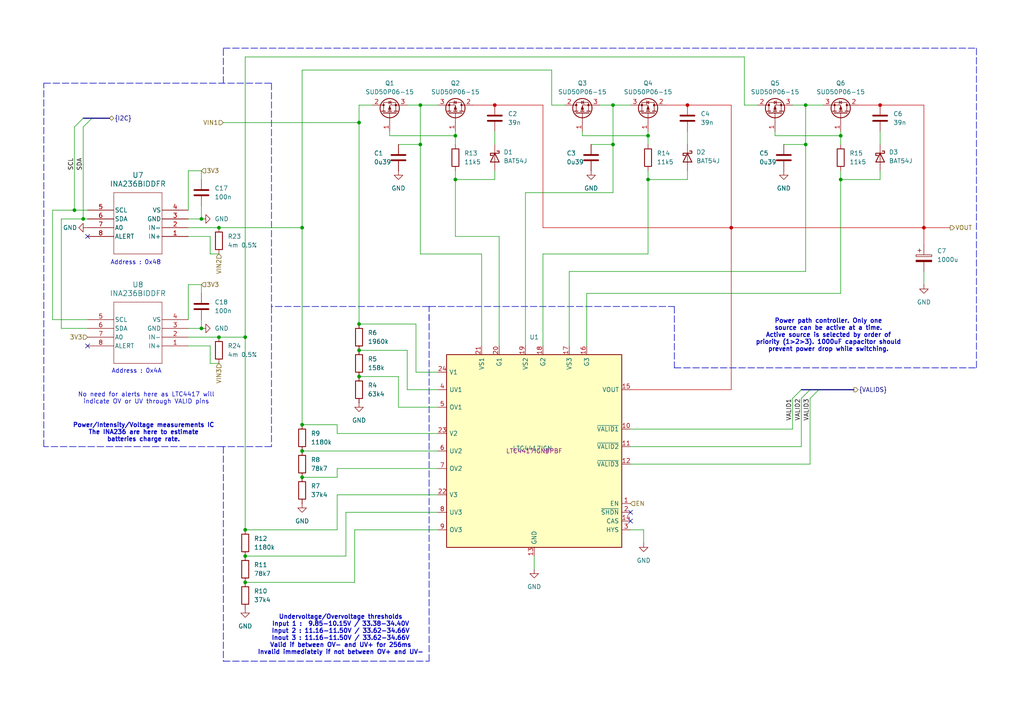
<source format=kicad_sch>
(kicad_sch (version 20250114) (generator "eeschema") (generator_version "9.0")
  (paper "A4")
  (title_block (title "Power input selector") (date "2025-03-06") (rev "4") (company "Modelec") (comment 1 "Shuts down all inputs with EN. Returns validity status of each line with VALID") (comment 2 "Switch to highest priority input when valid and to a lower priority input when invalid.") (comment 3 "By order of priority : Source 1 : 10-34V / Source 2 : 11.2-34V / Source 3 : 11.2-34V") (comment 4 "Features : Prevent reverse polarity and inrush current. Selects 1 of 3 power inputs."))
  (lib_symbols
    (symbol "Device:C" (pin_numbers (hide yes)) (pin_names (offset 0.254))
      (property "Reference" "C" (at 0.635 2.54 0))
      (property "Value" "C" (at 0.635 -2.54 0))
      (symbol "C_0_1"
        (polyline (pts (xy -2.032 0.762) (xy 2.032 0.762)) (stroke (width 0.508)))
        (polyline (pts (xy -2.032 -0.762) (xy 2.032 -0.762)) (stroke (width 0.508)))
      )
      (symbol "C_1_1"
        (pin passive line (at 0 3.81 270) (length 2.794) (name "~") (number "1"))
        (pin passive line (at 0 -3.81 90) (length 2.794) (name "~") (number "2"))
      )
    )
    (symbol "Device:C_Polarized" (pin_numbers (hide yes)) (pin_names (offset 0.254))
      (property "Reference" "C" (at 0.635 2.54 0))
      (property "Value" "C_Polarized" (at 0.635 -2.54 0))
      (symbol "C_Polarized_0_1"
        (rectangle (start -2.286 0.508) (end 2.286 1.016))
        (polyline (pts (xy -1.778 2.286) (xy -0.762 2.286)))
        (polyline (pts (xy -1.27 2.794) (xy -1.27 1.778)))
        (rectangle (start 2.286 -0.508) (end -2.286 -1.016) (fill (type outline)))
      )
      (symbol "C_Polarized_1_1"
        (pin passive line (at 0 3.81 270) (length 2.794) (name "~") (number "1"))
        (pin passive line (at 0 -3.81 90) (length 2.794) (name "~") (number "2"))
      )
    )
    (symbol "Device:R" (pin_numbers (hide yes)) (pin_names (offset 0))
      (property "Reference" "R" (at 2.032 0 90))
      (property "Value" "R" (at 0 0 90))
      (symbol "R_0_1"
        (rectangle (start -1.016 -2.54) (end 1.016 2.54) (stroke (width 0.254)))
      )
      (symbol "R_1_1"
        (pin passive line (at 0 3.81 270) (length 1.27) (name "~") (number "1"))
        (pin passive line (at 0 -3.81 90) (length 1.27) (name "~") (number "2"))
      )
    )
    (symbol "Diode:BAT54J" (pin_numbers (hide yes)) (pin_names (offset 1.016) (hide yes))
      (property "Reference" "D" (at 0 2.54 0))
      (property "Value" "BAT54J" (at 0 -2.54 0))
      (symbol "BAT54J_0_1"
        (polyline (pts (xy -1.905 0.635) (xy -1.905 1.27) (xy -1.27 1.27) (xy -1.27 -1.27) (xy -0.635 -1.27) (xy -0.635 -0.635)) (stroke (width 0.254)))
        (polyline (pts (xy 1.27 1.27) (xy 1.27 -1.27) (xy -1.27 0) (xy 1.27 1.27)) (stroke (width 0.254)))
        (polyline (pts (xy 1.27 0) (xy -1.27 0)))
      )
      (symbol "BAT54J_1_1"
        (pin passive line (at -3.81 0 0) (length 2.54) (name "K") (number "1"))
        (pin passive line (at 3.81 0 180) (length 2.54) (name "A") (number "2"))
      )
    )
    (symbol "Modelec:INA236AIDDFR" (pin_names (offset 0.254))
      (property "Reference" "U" (at 14.986 9.906 0))
      (property "Value" "INA236AIDDFR" (at 14.986 7.366 0))
      (symbol "INA236AIDDFR_0_1"
        (polyline (pts (xy 7.62 5.08) (xy 7.62 -12.7)) (stroke (width 0.127)))
        (polyline (pts (xy 7.62 -12.7) (xy 21.59 -12.7)) (stroke (width 0.127)))
        (polyline (pts (xy 21.59 5.08) (xy 7.62 5.08)) (stroke (width 0.127)))
        (polyline (pts (xy 21.59 -12.7) (xy 21.59 5.08)) (stroke (width 0.127)))
        (pin input line (at 0 0 0) (length 7.62) (name "IN+") (number "1"))
        (pin input line (at 0 -2.54 0) (length 7.62) (name "IN-") (number "2"))
        (pin power_out line (at 0 -5.08 0) (length 7.62) (name "GND") (number "3"))
        (pin power_in line (at 0 -7.62 0) (length 7.62) (name "VS") (number "4"))
        (pin output line (at 29.21 0 180) (length 7.62) (name "ALERT") (number "8"))
        (pin input line (at 29.21 -2.54 180) (length 7.62) (name "A0") (number "7"))
        (pin bidirectional line (at 29.21 -5.08 180) (length 7.62) (name "SDA") (number "6"))
        (pin input line (at 29.21 -7.62 180) (length 7.62) (name "SCL") (number "5"))
      )
    )
    (symbol "Power_Management:LTC4417IGN" (pin_names (offset 0.762))
      (property "Reference" "U1" (at 0 33.02 0))
      (property "Value" "LTC4417IGN" (at -0.508 0.762 0))
      (symbol "LTC4417IGN_0_1"
        (rectangle (start -25.4 27.94) (end 25.4 -27.94) (stroke (width 0.254)) (fill (type background)))
      )
      (symbol "LTC4417IGN_1_1"
        (pin input line (at -27.94 22.86 0) (length 2.54) (name "V1") (number "24"))
        (pin input line (at -27.94 17.78 0) (length 2.54) (name "UV1") (number "4"))
        (pin input line (at -27.94 12.7 0) (length 2.54) (name "OV1") (number "5"))
        (pin input line (at -27.94 5.08 0) (length 2.54) (name "V2") (number "23"))
        (pin input line (at -27.94 0 0) (length 2.54) (name "UV2") (number "6"))
        (pin input line (at -27.94 -5.08 0) (length 2.54) (name "OV2") (number "7"))
        (pin input line (at -27.94 -12.7 0) (length 2.54) (name "V3") (number "22"))
        (pin input line (at -27.94 -17.78 0) (length 2.54) (name "UV3") (number "8"))
        (pin input line (at -27.94 -22.86 0) (length 2.54) (name "OV3") (number "9"))
        (pin output line (at -15.24 30.48 270) (length 2.54) (name "VS1") (number "21"))
        (pin output line (at -10.16 30.48 270) (length 2.54) (name "G1") (number "20"))
        (pin output line (at -2.54 30.48 270) (length 2.54) (name "VS2") (number "19"))
        (pin power_in line (at 0 -30.48 90) (length 2.54) (name "GND") (number "13"))
        (pin output line (at 2.54 30.48 270) (length 2.54) (name "G2") (number "18"))
        (pin output line (at 10.16 30.48 270) (length 2.54) (name "VS3") (number "17"))
        (pin output line (at 15.24 30.48 270) (length 2.54) (name "G3") (number "16"))
        (pin output line (at 27.94 17.78 180) (length 2.54) (name "VOUT") (number "15"))
        (pin open_collector line (at 27.94 6.35 180) (length 2.54) (name "~{VALID1}") (number "10"))
        (pin open_collector line (at 27.94 1.27 180) (length 2.54) (name "~{VALID2}") (number "11"))
        (pin open_collector line (at 27.94 -3.81 180) (length 2.54) (name "~{VALID3}") (number "12"))
        (pin input line (at 27.94 -15.24 180) (length 2.54) (name "EN") (number "1"))
        (pin input line (at 27.94 -17.78 180) (length 2.54) (name "~{SHDN}") (number "2"))
        (pin output line (at 27.94 -20.32 180) (length 2.54) (name "CAS") (number "14"))
        (pin input line (at 27.94 -22.86 180) (length 2.54) (name "HYS") (number "3"))
      )
    )
    (symbol "Transistor_FET:SUD50P06-15" (pin_names (hide yes))
      (property "Reference" "Q" (at 4.953 1.905 0))
      (property "Value" "SUD50P06-15" (at 4.953 0 0))
      (symbol "SUD50P06-15_0_1"
        (polyline (pts (xy 0.254 1.905) (xy 0.254 -1.905)) (stroke (width 0.254)))
        (polyline (pts (xy 0.254 0) (xy -2.54 0)))
        (polyline (pts (xy 0.762 2.286) (xy 0.762 1.27)) (stroke (width 0.254)))
        (polyline (pts (xy 0.762 1.778) (xy 3.302 1.778) (xy 3.302 -1.778) (xy 0.762 -1.778)))
        (polyline (pts (xy 0.762 0.508) (xy 0.762 -0.508)) (stroke (width 0.254)))
        (polyline (pts (xy 0.762 -1.27) (xy 0.762 -2.286)) (stroke (width 0.254)))
        (circle (center 1.651 0) (radius 2.794) (stroke (width 0.254)))
        (polyline (pts (xy 2.286 0) (xy 1.27 0.381) (xy 1.27 -0.381) (xy 2.286 0)) (fill (type outline)))
        (polyline (pts (xy 2.54 2.54) (xy 2.54 1.778)))
        (circle (center 2.54 1.778) (radius 0.254) (fill (type outline)))
        (circle (center 2.54 -1.778) (radius 0.254) (fill (type outline)))
        (polyline (pts (xy 2.54 -2.54) (xy 2.54 0) (xy 0.762 0)))
        (polyline (pts (xy 2.794 -0.508) (xy 2.921 -0.381) (xy 3.683 -0.381) (xy 3.81 -0.254)))
        (polyline (pts (xy 3.302 -0.381) (xy 2.921 0.254) (xy 3.683 0.254) (xy 3.302 -0.381)))
      )
      (symbol "SUD50P06-15_1_1"
        (pin input line (at -5.08 0 0) (length 2.54) (name "G") (number "1"))
        (pin passive line (at 2.54 5.08 270) (length 2.54) (name "D") (number "2"))
        (pin passive line (at 2.54 -5.08 90) (length 2.54) (name "S") (number "3"))
      )
    )
    (symbol "power:GND" (power) (pin_numbers (hide yes)) (pin_names (offset 0) (hide yes))
      (property "Value" "GND" (at 0 -3.81 0))
      (symbol "GND_0_1"
        (polyline (pts (xy 0 0) (xy 0 -1.27) (xy 1.27 -1.27) (xy 0 -2.54) (xy -1.27 -1.27) (xy 0 -1.27)))
      )
      (symbol "GND_1_1"
        (pin power_in line (at 0 0 270) (length 0) (name "~") (number "1"))
      )
    )
  )
  (text "Address : 0x4A" (at 39.624 107.696 0) (effects (font (size 1.27 1.27))))
  (text "Undervoltage/Overvoltage thresholds\nInput 1 :  9.85-10.15V / 33.38-34.40V\nInput 2 : 11.16-11.50V / 33.62-34.66V\nInout 3 : 11.16-11.50V / 33.62-34.66V\nValid if between OV- and UV+ for 256ms\nInvalid immediately if not between OV+ and UV-" (at 98.806 184.15 0) (effects (font (size 1.27 1.27) (thickness 0.254) (bold yes))))
  (text "No need for alerts here as LTC4417 will\nindicate OV or UV through VALID pins" (at 42.418 115.57 0) (effects (font (size 1.27 1.27))))
  (text "Power/Intensity/Voltage measurements IC\nThe INA236 are here to estimate\nbatteries charge rate." (at 41.656 125.476 0) (effects (font (size 1.27 1.27) (thickness 0.254) (bold yes))))
  (text "Address : 0x48" (at 39.37 76.2 0) (effects (font (size 1.27 1.27))))
  (text "Power path controller. Only one\nsource can be active at a time.\nActive source is selected by order of\npriority (1>2>3). 1000uF capacitor should\nprevent power drop while switching." (at 240.284 97.282 0) (effects (font (size 1.27 1.27) (thickness 0.254) (bold yes))))
  (junction (at 104.14 35.56))
  (junction (at 267.97 66.04) (color 194 0 0 1))
  (junction (at 187.96 39.37))
  (junction (at 104.14 109.22))
  (junction (at 177.8 30.48))
  (junction (at 87.63 123.19))
  (junction (at 177.8 41.91))
  (junction (at 121.92 41.91))
  (junction (at 187.96 52.07))
  (junction (at 87.63 66.04))
  (junction (at 104.14 93.98))
  (junction (at 63.5 97.79))
  (junction (at 233.68 30.48))
  (junction (at 104.14 101.6))
  (junction (at 212.09 66.04) (color 194 0 0 1))
  (junction (at 243.84 52.07))
  (junction (at 87.63 130.81))
  (junction (at 58.42 63.5))
  (junction (at 233.68 41.91))
  (junction (at 121.92 30.48))
  (junction (at 243.84 39.37))
  (junction (at 255.27 30.48) (color 194 0 0 1))
  (junction (at 21.59 60.96))
  (junction (at 63.5 66.04))
  (junction (at 199.39 30.48) (color 194 0 0 1))
  (junction (at 87.63 138.43))
  (junction (at 71.12 97.79))
  (junction (at 24.13 63.5))
  (junction (at 71.12 168.91))
  (junction (at 132.08 39.37))
  (junction (at 143.51 30.48) (color 194 0 0 1))
  (junction (at 71.12 161.29))
  (junction (at 58.42 95.25))
  (junction (at 132.08 52.07))
  (junction (at 71.12 153.67))
  (no_connect (at 25.4 100.33))
  (no_connect (at 182.88 148.59))
  (no_connect (at 25.4 68.58))
  (no_connect (at 182.88 151.13))
  (bus_entry (at 237.49 113.03) (size -2.54 2.54))
  (bus_entry (at 24.13 36.83) (size 2.54 -2.54))
  (bus_entry (at 21.59 36.83) (size 2.54 -2.54))
  (bus_entry (at 234.95 113.03) (size -2.54 2.54))
  (bus_entry (at 232.41 113.03) (size -2.54 2.54))
  (polyline (pts (xy 78.74 129.54) (xy 64.77 129.54)) (stroke (width 0.1778) (type dash)))
  (polyline (pts (xy 12.7 24.13) (xy 78.74 24.13)) (stroke (width 0.1778) (type dash)))
  (wire (pts (xy 255.27 52.07) (xy 243.84 52.07)))
  (wire (pts (xy 137.16 30.48) (xy 143.51 30.48)) (stroke (width 0) (color 194 0 0 1)))
  (polyline (pts (xy 124.46 88.9) (xy 195.58 88.9)) (stroke (width 0.1778) (type dash)))
  (wire (pts (xy 171.45 41.91) (xy 177.8 41.91)))
  (wire (pts (xy 54.61 66.04) (xy 63.5 66.04)))
  (wire (pts (xy 115.57 41.91) (xy 121.92 41.91)))
  (wire (pts (xy 127 153.67) (xy 102.87 153.67)))
  (wire (pts (xy 17.78 95.25) (xy 25.4 95.25)))
  (wire (pts (xy 154.94 165.1) (xy 154.94 161.29)))
  (wire (pts (xy 215.9 30.48) (xy 215.9 16.51)))
  (wire (pts (xy 58.42 59.69) (xy 58.42 63.5)))
  (bus (pts (xy 237.49 113.03) (xy 247.65 113.03)))
  (wire (pts (xy 132.08 52.07) (xy 132.08 68.58)))
  (wire (pts (xy 165.1 78.74) (xy 233.68 78.74)))
  (wire (pts (xy 168.91 39.37) (xy 187.96 39.37)))
  (wire (pts (xy 58.42 63.5) (xy 54.61 63.5)))
  (wire (pts (xy 120.65 93.98) (xy 120.65 107.95)))
  (wire (pts (xy 267.97 66.04) (xy 275.59 66.04)) (stroke (width 0) (color 194 0 0 1)))
  (wire (pts (xy 71.12 161.29) (xy 100.33 161.29)))
  (wire (pts (xy 227.33 41.91) (xy 233.68 41.91)))
  (wire (pts (xy 54.61 100.33) (xy 60.96 100.33)))
  (polyline (pts (xy 124.46 88.9) (xy 78.74 88.9)) (stroke (width 0.1778) (type dash)))
  (wire (pts (xy 115.57 118.11) (xy 127 118.11)))
  (polyline (pts (xy 64.77 24.13) (xy 64.77 13.97)) (stroke (width 0.1778) (type dash)))
  (wire (pts (xy 177.8 30.48) (xy 173.99 30.48)))
  (wire (pts (xy 233.68 41.91) (xy 233.68 78.74)))
  (wire (pts (xy 25.4 63.5) (xy 24.13 63.5)))
  (polyline (pts (xy 195.58 88.9) (xy 195.58 106.68)) (stroke (width 0.1778) (type dash)))
  (wire (pts (xy 54.61 97.79) (xy 63.5 97.79)))
  (wire (pts (xy 182.88 153.67) (xy 186.69 153.67)))
  (wire (pts (xy 87.63 138.43) (xy 97.79 138.43)))
  (wire (pts (xy 104.14 30.48) (xy 104.14 35.56)))
  (polyline (pts (xy 64.77 129.54) (xy 12.7 129.54)) (stroke (width 0.1778) (type dash)))
  (wire (pts (xy 224.79 39.37) (xy 243.84 39.37)))
  (wire (pts (xy 243.84 41.91) (xy 243.84 39.37)))
  (wire (pts (xy 97.79 125.73) (xy 127 125.73)))
  (wire (pts (xy 54.61 82.55) (xy 54.61 92.71)))
  (wire (pts (xy 219.71 30.48) (xy 215.9 30.48)))
  (wire (pts (xy 102.87 168.91) (xy 71.12 168.91)))
  (wire (pts (xy 143.51 30.48) (xy 157.48 30.48)) (stroke (width 0) (color 194 0 0 1)))
  (wire (pts (xy 224.79 39.37) (xy 224.79 38.1)))
  (polyline (pts (xy 195.58 106.68) (xy 283.21 106.68)) (stroke (width 0.1778) (type dash)))
  (wire (pts (xy 104.14 109.22) (xy 115.57 109.22)))
  (wire (pts (xy 54.61 82.55) (xy 58.42 82.55)))
  (wire (pts (xy 187.96 41.91) (xy 187.96 39.37)))
  (wire (pts (xy 165.1 100.33) (xy 165.1 78.74)))
  (wire (pts (xy 113.03 39.37) (xy 113.03 38.1)))
  (wire (pts (xy 255.27 41.91) (xy 255.27 38.1)))
  (wire (pts (xy 121.92 30.48) (xy 118.11 30.48)))
  (wire (pts (xy 63.5 97.79) (xy 71.12 97.79)))
  (wire (pts (xy 248.92 30.48) (xy 255.27 30.48)) (stroke (width 0) (color 194 0 0 1)))
  (polyline (pts (xy 64.77 170.18) (xy 64.77 191.77)) (stroke (width 0.1778) (type dash)))
  (wire (pts (xy 199.39 52.07) (xy 187.96 52.07)))
  (wire (pts (xy 127 113.03) (xy 118.11 113.03)))
  (wire (pts (xy 97.79 123.19) (xy 97.79 125.73)))
  (wire (pts (xy 212.09 113.03) (xy 182.88 113.03)) (stroke (width 0) (color 194 0 0 1)))
  (wire (pts (xy 233.68 30.48) (xy 233.68 41.91)))
  (wire (pts (xy 104.14 30.48) (xy 107.95 30.48)))
  (wire (pts (xy 144.78 68.58) (xy 144.78 100.33)))
  (wire (pts (xy 100.33 148.59) (xy 100.33 161.29)))
  (wire (pts (xy 87.63 123.19) (xy 97.79 123.19)))
  (wire (pts (xy 17.78 63.5) (xy 24.13 63.5)))
  (bus (pts (xy 232.41 113.03) (xy 234.95 113.03)))
  (wire (pts (xy 267.97 82.55) (xy 267.97 78.74)))
  (wire (pts (xy 168.91 39.37) (xy 168.91 38.1)))
  (bus (pts (xy 26.67 34.29) (xy 31.75 34.29)))
  (wire (pts (xy 102.87 153.67) (xy 102.87 168.91)))
  (wire (pts (xy 177.8 30.48) (xy 177.8 41.91)))
  (wire (pts (xy 71.12 16.51) (xy 215.9 16.51)))
  (polyline (pts (xy 64.77 129.54) (xy 64.77 170.18)) (stroke (width 0.1778) (type dash)))
  (wire (pts (xy 58.42 49.53) (xy 54.61 49.53)))
  (polyline (pts (xy 64.77 13.97) (xy 283.21 13.97)) (stroke (width 0.1778) (type dash)))
  (wire (pts (xy 212.09 66.04) (xy 212.09 113.03)) (stroke (width 0) (color 194 0 0 1)))
  (wire (pts (xy 233.68 30.48) (xy 229.87 30.48)))
  (wire (pts (xy 182.88 134.62) (xy 234.95 134.62)))
  (wire (pts (xy 243.84 39.37) (xy 243.84 38.1)))
  (wire (pts (xy 232.41 115.57) (xy 232.41 129.54)))
  (wire (pts (xy 255.27 52.07) (xy 255.27 49.53)))
  (wire (pts (xy 152.4 55.88) (xy 177.8 55.88)))
  (wire (pts (xy 71.12 153.67) (xy 97.79 153.67)))
  (wire (pts (xy 120.65 107.95) (xy 127 107.95)))
  (wire (pts (xy 63.5 66.04) (xy 87.63 66.04)))
  (wire (pts (xy 127 143.51) (xy 97.79 143.51)))
  (wire (pts (xy 58.42 82.55) (xy 58.42 85.09)))
  (wire (pts (xy 60.96 105.41) (xy 63.5 105.41)))
  (polyline (pts (xy 64.77 191.77) (xy 124.46 191.77)) (stroke (width 0.1778) (type dash)))
  (wire (pts (xy 113.03 39.37) (xy 132.08 39.37)))
  (wire (pts (xy 132.08 39.37) (xy 132.08 38.1)))
  (wire (pts (xy 143.51 52.07) (xy 143.51 49.53)))
  (wire (pts (xy 71.12 16.51) (xy 71.12 97.79)))
  (wire (pts (xy 182.88 30.48) (xy 177.8 30.48)))
  (wire (pts (xy 163.83 30.48) (xy 160.02 30.48)))
  (wire (pts (xy 60.96 100.33) (xy 60.96 105.41)))
  (wire (pts (xy 212.09 66.04) (xy 267.97 66.04)) (stroke (width 0) (color 194 0 0 1)))
  (polyline (pts (xy 283.21 13.97) (xy 283.21 92.71)) (stroke (width 0.1778) (type dash)))
  (wire (pts (xy 160.02 30.48) (xy 160.02 20.32)))
  (wire (pts (xy 177.8 41.91) (xy 177.8 55.88)))
  (wire (pts (xy 21.59 36.83) (xy 21.59 60.96)))
  (wire (pts (xy 118.11 101.6) (xy 104.14 101.6)))
  (wire (pts (xy 267.97 30.48) (xy 267.97 66.04)) (stroke (width 0) (color 194 0 0 1)))
  (wire (pts (xy 143.51 41.91) (xy 143.51 38.1)))
  (wire (pts (xy 255.27 30.48) (xy 267.97 30.48)) (stroke (width 0) (color 194 0 0 1)))
  (polyline (pts (xy 124.46 92.71) (xy 124.46 91.44)))
  (wire (pts (xy 170.18 85.09) (xy 243.84 85.09)))
  (bus (pts (xy 24.13 34.29) (xy 26.67 34.29)))
  (wire (pts (xy 97.79 135.89) (xy 127 135.89)))
  (wire (pts (xy 132.08 68.58) (xy 144.78 68.58)))
  (wire (pts (xy 187.96 49.53) (xy 187.96 52.07)))
  (wire (pts (xy 121.92 41.91) (xy 121.92 73.66)))
  (wire (pts (xy 87.63 130.81) (xy 127 130.81)))
  (wire (pts (xy 139.7 73.66) (xy 139.7 100.33)))
  (wire (pts (xy 199.39 30.48) (xy 212.09 30.48)) (stroke (width 0) (color 194 0 0 1)))
  (wire (pts (xy 97.79 138.43) (xy 97.79 135.89)))
  (wire (pts (xy 127 30.48) (xy 121.92 30.48)))
  (polyline (pts (xy 12.7 129.54) (xy 12.7 24.13)) (stroke (width 0.1778) (type dash)))
  (wire (pts (xy 199.39 41.91) (xy 199.39 38.1)))
  (wire (pts (xy 182.88 129.54) (xy 232.41 129.54)))
  (wire (pts (xy 118.11 101.6) (xy 118.11 113.03)))
  (wire (pts (xy 243.84 52.07) (xy 243.84 85.09)))
  (wire (pts (xy 17.78 95.25) (xy 17.78 63.5)))
  (polyline (pts (xy 78.74 88.9) (xy 78.74 129.54)) (stroke (width 0.1778) (type dash)))
  (wire (pts (xy 64.77 35.56) (xy 104.14 35.56)))
  (wire (pts (xy 87.63 20.32) (xy 87.63 66.04)))
  (wire (pts (xy 170.18 100.33) (xy 170.18 85.09)))
  (wire (pts (xy 58.42 92.71) (xy 58.42 95.25)))
  (wire (pts (xy 238.76 30.48) (xy 233.68 30.48)))
  (wire (pts (xy 187.96 52.07) (xy 187.96 73.66)))
  (wire (pts (xy 182.88 124.46) (xy 229.87 124.46)))
  (wire (pts (xy 15.24 60.96) (xy 21.59 60.96)))
  (wire (pts (xy 143.51 52.07) (xy 132.08 52.07)))
  (wire (pts (xy 127 148.59) (xy 100.33 148.59)))
  (wire (pts (xy 71.12 97.79) (xy 71.12 153.67)))
  (wire (pts (xy 21.59 60.96) (xy 25.4 60.96)))
  (wire (pts (xy 25.4 92.71) (xy 15.24 92.71)))
  (wire (pts (xy 104.14 35.56) (xy 104.14 93.98)))
  (bus (pts (xy 234.95 113.03) (xy 237.49 113.03)))
  (wire (pts (xy 187.96 39.37) (xy 187.96 38.1)))
  (wire (pts (xy 54.61 49.53) (xy 54.61 60.96)))
  (wire (pts (xy 87.63 66.04) (xy 87.63 123.19)))
  (wire (pts (xy 160.02 20.32) (xy 87.63 20.32)))
  (wire (pts (xy 132.08 41.91) (xy 132.08 39.37)))
  (wire (pts (xy 243.84 49.53) (xy 243.84 52.07)))
  (wire (pts (xy 97.79 143.51) (xy 97.79 153.67)))
  (wire (pts (xy 157.48 30.48) (xy 157.48 66.04)) (stroke (width 0) (color 194 0 0 1)))
  (wire (pts (xy 104.14 93.98) (xy 120.65 93.98)))
  (wire (pts (xy 157.48 73.66) (xy 187.96 73.66)))
  (wire (pts (xy 186.69 153.67) (xy 186.69 157.48)))
  (wire (pts (xy 157.48 100.33) (xy 157.48 73.66)))
  (wire (pts (xy 54.61 68.58) (xy 60.96 68.58)))
  (wire (pts (xy 212.09 30.48) (xy 212.09 66.04)) (stroke (width 0) (color 194 0 0 1)))
  (wire (pts (xy 58.42 49.53) (xy 58.42 52.07)))
  (wire (pts (xy 54.61 95.25) (xy 58.42 95.25)))
  (wire (pts (xy 229.87 115.57) (xy 229.87 124.46)))
  (wire (pts (xy 267.97 66.04) (xy 267.97 71.12)) (stroke (width 0) (color 194 0 0 1)))
  (polyline (pts (xy 124.46 191.77) (xy 124.46 88.9)) (stroke (width 0.1778) (type dash)))
  (wire (pts (xy 152.4 100.33) (xy 152.4 55.88)))
  (polyline (pts (xy 78.74 24.13) (xy 78.74 88.9)) (stroke (width 0.1778) (type dash)))
  (polyline (pts (xy 283.21 106.68) (xy 283.21 92.71)) (stroke (width 0.1778) (type dash)))
  (wire (pts (xy 157.48 66.04) (xy 212.09 66.04)) (stroke (width 0) (color 194 0 0 1)))
  (wire (pts (xy 24.13 36.83) (xy 24.13 63.5)))
  (wire (pts (xy 132.08 49.53) (xy 132.08 52.07)))
  (wire (pts (xy 121.92 73.66) (xy 139.7 73.66)))
  (wire (pts (xy 199.39 52.07) (xy 199.39 49.53)))
  (wire (pts (xy 193.04 30.48) (xy 199.39 30.48)) (stroke (width 0) (color 194 0 0 1)))
  (wire (pts (xy 234.95 115.57) (xy 234.95 134.62)))
  (wire (pts (xy 121.92 30.48) (xy 121.92 41.91)))
  (wire (pts (xy 60.96 73.66) (xy 63.5 73.66)))
  (wire (pts (xy 60.96 68.58) (xy 60.96 73.66)))
  (wire (pts (xy 15.24 92.71) (xy 15.24 60.96)))
  (wire (pts (xy 115.57 109.22) (xy 115.57 118.11)))
  (label "SCL" (at 21.59 45.72 270))
  (label "VALID2" (at 232.41 115.57 270))
  (label "VALID1" (at 229.87 115.57 270))
  (label "VALID3" (at 234.95 115.57 270))
  (label "SDA" (at 24.13 45.72 270))
  (hierarchical_label "{VALIDS}" (shape output) (at 247.65 113.03 0))
  (hierarchical_label "VOUT" (shape output) (at 275.59 66.04 0))
  (hierarchical_label "VIN2" (shape input) (at 63.5 73.66 270))
  (hierarchical_label "{I2C}" (shape bidirectional) (at 31.75 34.29 0))
  (hierarchical_label "EN" (shape input) (at 182.88 146.05 0))
  (hierarchical_label "3V3" (shape input) (at 58.42 49.53 0))
  (hierarchical_label "VIN3" (shape input) (at 63.5 105.41 270))
  (hierarchical_label "3V3" (shape input) (at 25.4 97.79 180))
  (hierarchical_label "3V3" (shape input) (at 58.42 82.55 0))
  (hierarchical_label "VIN1" (shape input) (at 64.77 35.56 180))
  (symbol (lib_id "power:GND") (at 267.97 82.55 0) (unit 1)
    (property "Reference" "#PWR025" (effects (hide yes)))
    (property "Value" "GND" (at 267.97 87.63 0))
    (property "Description" "Power symbol creates a global label with name \"GND\" , ground" (effects (hide yes)))
  )
  (symbol (lib_id "power:GND") (at 104.14 116.84 0) (unit 1)
    (property "Reference" "#PWR04" (effects (hide yes)))
    (property "Value" "GND" (at 104.14 121.92 0))
    (property "Description" "Power symbol creates a global label with name \"GND\" , ground" (effects (hide yes)))
  )
  (symbol (lib_id "Device:R") (at 104.14 113.03 0) (unit 1)
    (property "Reference" "R4" (at 106.68 111.7599 0) (effects (justify left)))
    (property "Value" "63k4" (at 106.68 114.2999 0) (effects (justify left)))
    (property "Footprint" "Resistor_SMD:R_0805_2012Metric_Pad1.20x1.40mm_HandSolder" (effects (hide yes)))
    (property "Datasheet" "https://www.vishay.com/docs/28773/crcwce3.pdf" (effects (hide yes)))
    (property "Description" "Resistor" (effects (hide yes)))
    (property "Manufacturer_Part_Number" "CRCW080563K4FKEA" (effects (hide yes)))
  )
  (symbol (lib_id "Device:R") (at 71.12 165.1 0) (unit 1)
    (property "Reference" "R11" (at 73.66 163.8299 0) (effects (justify left)))
    (property "Value" "78k7" (at 73.66 166.3699 0) (effects (justify left)))
    (property "Footprint" "Resistor_SMD:R_0805_2012Metric_Pad1.20x1.40mm_HandSolder" (effects (hide yes)))
    (property "Datasheet" "https://www.vishay.com/docs/28773/crcwce3.pdf" (effects (hide yes)))
    (property "Description" "Resistor" (effects (hide yes)))
    (property "Manufacturer_Part_Number" "CRCW080578K7FKEA" (effects (hide yes)))
  )
  (symbol (lib_id "power:GND") (at 58.42 95.25 90) (unit 1)
    (property "Reference" "#PWR015" (effects (hide yes)))
    (property "Value" "GND" (at 62.23 95.2499 90) (effects (justify right)))
    (property "Description" "Power symbol creates a global label with name \"GND\" , ground" (effects (hide yes)))
  )
  (symbol (lib_id "Power_Management:LTC4417IGN") (at 154.94 130.81 0) (unit 1)
    (property "Reference" "U1" (at 154.94 97.79 0))
    (property "Value" "LTC4417IGN" (at 154.432 130.048 0))
    (property "Footprint" "Package_SO:SSOP-24_3.9x8.7mm_P0.635mm" (effects (hide yes)))
    (property "Datasheet" "https://www.analog.com/media/en/technical-documentation/data-sheets/4417f.pdf" (effects (hide yes)))
    (property "Description" "Prioritized PowerPath Controller, Selects Highest Priority Supply from Three Inputs, –40°C to 85°C, SSOP" (effects (hide yes)))
    (property "Manufacturer_Part_Number" "LTC4417IGN#PBF" (at 154.94 130.81 0))
  )
  (symbol (lib_id "Device:R") (at 71.12 157.48 0) (unit 1)
    (property "Reference" "R12" (at 73.66 156.2099 0) (effects (justify left)))
    (property "Value" "1180k" (at 73.66 158.7499 0) (effects (justify left)))
    (property "Footprint" "Resistor_SMD:R_0805_2012Metric_Pad1.20x1.40mm_HandSolder" (effects (hide yes)))
    (property "Datasheet" "https://www.vishay.com/docs/28773/crcwce3.pdf" (effects (hide yes)))
    (property "Description" "Resistor" (effects (hide yes)))
    (property "Manufacturer_Part_Number" "CRCW08051M18FKEA" (effects (hide yes)))
  )
  (symbol (lib_id "power:GND") (at 71.12 176.53 0) (unit 1)
    (property "Reference" "#PWR017" (effects (hide yes)))
    (property "Value" "GND" (at 71.12 181.61 0))
    (property "Description" "Power symbol creates a global label with name \"GND\" , ground" (effects (hide yes)))
  )
  (symbol (lib_id "Device:C") (at 255.27 34.29 0) (unit 1)
    (property "Reference" "C6" (at 259.08 33.0199 0) (effects (justify left)))
    (property "Value" "39n" (at 259.08 35.5599 0) (effects (justify left)))
    (property "Footprint" "Capacitor_SMD:C_0805_2012Metric_Pad1.18x1.45mm_HandSolder" (effects (hide yes)))
    (property "Datasheet" "https://www.vishay.com/docs/45199/vjcommercialseries.pdf" (effects (hide yes)))
    (property "Description" "Unpolarized capacitor" (effects (hide yes)))
    (property "Manufacturer_Part_Number" "VJ0805Y393KXAAC" (effects (hide yes)))
  )
  (symbol (lib_id "Device:R") (at 87.63 142.24 0) (unit 1)
    (property "Reference" "R7" (at 90.17 140.9699 0) (effects (justify left)))
    (property "Value" "37k4" (at 90.17 143.5099 0) (effects (justify left)))
    (property "Footprint" "Resistor_SMD:R_0805_2012Metric_Pad1.20x1.40mm_HandSolder" (effects (hide yes)))
    (property "Datasheet" "https://www.vishay.com/docs/28773/crcwce3.pdf" (effects (hide yes)))
    (property "Description" "Resistor" (effects (hide yes)))
    (property "Manufacturer_Part_Number" "CRCW080537K4FKEA" (effects (hide yes)))
  )
  (symbol (lib_id "Device:R") (at 243.84 45.72 0) (unit 1)
    (property "Reference" "R15" (at 246.38 44.4499 0) (effects (justify left)))
    (property "Value" "11k5" (at 246.38 46.9899 0) (effects (justify left)))
    (property "Footprint" "Resistor_SMD:R_0805_2012Metric_Pad1.20x1.40mm_HandSolder" (effects (hide yes)))
    (property "Datasheet" "https://www.vishay.com/docs/28773/crcwce3.pdf" (effects (hide yes)))
    (property "Description" "Resistor" (effects (hide yes)))
    (property "Manufacturer_Part_Number" "CRCW080511K5FKEA" (effects (hide yes)))
  )
  (symbol (lib_id "power:GND") (at 154.94 165.1 0) (unit 1)
    (property "Reference" "#PWR031" (effects (hide yes)))
    (property "Value" "GND" (at 154.94 170.18 0))
    (property "Description" "Power symbol creates a global label with name \"GND\" , ground" (effects (hide yes)))
  )
  (symbol (lib_id "Transistor_FET:SUD50P06-15") (at 187.96 33.02 270) (mirror x) (unit 1)
    (property "Reference" "Q4" (at 187.96 24.13 90))
    (property "Value" "SUD50P06-15" (at 187.96 26.67 90))
    (property "Footprint" "Package_TO_SOT_SMD:TO-252-2" (effects (hide yes)))
    (property "Datasheet" "https://www.vishay.com/docs/68940/sud50p06.pdf" (effects (hide yes)))
    (property "Description" "-50A Id, -60V Vds, TrenchFET P-Channel Power MOSFET, 15mOhm Ron, 165nC Qg, -55 to 150 °C, TO-252-2" (effects (hide yes)))
    (property "Manufacturer_Part_Number" "SUD50P06-15-BE3" (effects (hide yes)))
  )
  (symbol (lib_id "Device:C") (at 227.33 45.72 0) (unit 1)
    (property "Reference" "C5" (at 220.218 44.45 0) (effects (justify left)))
    (property "Value" "0u39" (at 220.218 46.99 0) (effects (justify left)))
    (property "Footprint" "Capacitor_SMD:C_0805_2012Metric_Pad1.18x1.45mm_HandSolder" (effects (hide yes)))
    (property "Datasheet" "https://content.kemet.com/datasheets/KEM_C1002_X7R_SMD.pdf" (effects (hide yes)))
    (property "Description" "Unpolarized capacitor" (effects (hide yes)))
    (property "Manufacturer_Part_Number" "C0805C394K5RACTU" (effects (hide yes)))
  )
  (symbol (lib_id "Transistor_FET:SUD50P06-15") (at 224.79 33.02 90) (unit 1)
    (property "Reference" "Q5" (at 224.79 24.13 90))
    (property "Value" "SUD50P06-15" (at 224.79 26.67 90))
    (property "Footprint" "Package_TO_SOT_SMD:TO-252-2" (effects (hide yes)))
    (property "Datasheet" "https://www.vishay.com/docs/68940/sud50p06.pdf" (effects (hide yes)))
    (property "Description" "-50A Id, -60V Vds, TrenchFET P-Channel Power MOSFET, 15mOhm Ron, 165nC Qg, -55 to 150 °C, TO-252-2" (effects (hide yes)))
    (property "Manufacturer_Part_Number" "SUD50P06-15-BE3" (effects (hide yes)))
  )
  (symbol (lib_id "Device:C_Polarized") (at 267.97 74.93 0) (unit 1)
    (property "Reference" "C7" (at 271.78 72.7709 0) (effects (justify left)))
    (property "Value" "1000u" (at 271.78 75.3109 0) (effects (justify left)))
    (property "Footprint" "Capacitor_THT:CP_Radial_D13.0mm_P5.00mm" (effects (hide yes)))
    (property "Datasheet" "https://www.nichicon.co.jp/english/series_items/catalog_pdf/e-uvy.pdf" (effects (hide yes)))
    (property "Description" "Polarized capacitor" (effects (hide yes)))
    (property "Manufacturer_Part_Number" "UVY1H102MHD" (effects (hide yes)))
  )
  (symbol (lib_id "Device:R") (at 71.12 172.72 0) (unit 1)
    (property "Reference" "R10" (at 73.66 171.4499 0) (effects (justify left)))
    (property "Value" "37k4" (at 73.66 173.9899 0) (effects (justify left)))
    (property "Footprint" "Resistor_SMD:R_0805_2012Metric_Pad1.20x1.40mm_HandSolder" (effects (hide yes)))
    (property "Datasheet" "https://www.vishay.com/docs/28773/crcwce3.pdf" (effects (hide yes)))
    (property "Description" "Resistor" (effects (hide yes)))
    (property "Manufacturer_Part_Number" "CRCW080537K4FKEA" (effects (hide yes)))
  )
  (symbol (lib_id "Modelec:INA236AIDDFR") (at 54.61 100.33 180) (unit 1)
    (property "Reference" "U8" (at 40.005 82.55 0) (effects (font (size 1.524 1.524))))
    (property "Value" "INA236BIDDFR" (at 40.005 85.09 0) (effects (font (size 1.524 1.524))))
    (property "Footprint" "Modelec:SOT23-8_DDF_TEX" (effects (hide yes)))
    (property "Datasheet" "https://www.ti.com/lit/ds/symlink/ina236.pdf" (effects (hide yes)))
    (property "Manufacturer_Part_Number" "INA236BIDDFR" (effects (hide yes)))
  )
  (symbol (lib_id "power:GND") (at 25.4 66.04 270) (unit 1)
    (property "Reference" "#PWR024" (effects (hide yes)))
    (property "Value" "GND" (at 22.352 66.04 90) (effects (justify right)))
    (property "Description" "Power symbol creates a global label with name \"GND\" , ground" (effects (hide yes)))
  )
  (symbol (lib_id "power:GND") (at 171.45 49.53 0) (unit 1)
    (property "Reference" "#PWR02" (effects (hide yes)))
    (property "Value" "GND" (at 171.45 54.61 0))
    (property "Description" "Power symbol creates a global label with name \"GND\" , ground" (effects (hide yes)))
  )
  (symbol (lib_id "Device:C") (at 171.45 45.72 0) (unit 1)
    (property "Reference" "C3" (at 164.338 44.45 0) (effects (justify left)))
    (property "Value" "0u39" (at 164.338 46.99 0) (effects (justify left)))
    (property "Footprint" "Capacitor_SMD:C_0805_2012Metric_Pad1.18x1.45mm_HandSolder" (effects (hide yes)))
    (property "Datasheet" "https://content.kemet.com/datasheets/KEM_C1002_X7R_SMD.pdf" (effects (hide yes)))
    (property "Description" "Unpolarized capacitor" (effects (hide yes)))
    (property "Manufacturer_Part_Number" "C0805C394K5RACTU" (effects (hide yes)))
  )
  (symbol (lib_id "Device:R") (at 87.63 134.62 0) (unit 1)
    (property "Reference" "R8" (at 90.17 133.3499 0) (effects (justify left)))
    (property "Value" "78k7" (at 90.17 135.8899 0) (effects (justify left)))
    (property "Footprint" "Resistor_SMD:R_0805_2012Metric_Pad1.20x1.40mm_HandSolder" (effects (hide yes)))
    (property "Datasheet" "https://www.vishay.com/docs/28773/crcwce3.pdf" (effects (hide yes)))
    (property "Description" "Resistor" (effects (hide yes)))
    (property "Manufacturer_Part_Number" "CRCW080578K7FKEA" (effects (hide yes)))
  )
  (symbol (lib_id "Device:R") (at 187.96 45.72 0) (unit 1)
    (property "Reference" "R14" (at 190.5 44.4499 0) (effects (justify left)))
    (property "Value" "11k5" (at 190.5 46.9899 0) (effects (justify left)))
    (property "Footprint" "Resistor_SMD:R_0805_2012Metric_Pad1.20x1.40mm_HandSolder" (effects (hide yes)))
    (property "Datasheet" "https://www.vishay.com/docs/28773/crcwce3.pdf" (effects (hide yes)))
    (property "Description" "Resistor" (effects (hide yes)))
    (property "Manufacturer_Part_Number" "CRCW080511K5FKEA" (effects (hide yes)))
  )
  (symbol (lib_id "Device:C") (at 143.51 34.29 0) (unit 1)
    (property "Reference" "C2" (at 147.32 33.0199 0) (effects (justify left)))
    (property "Value" "39n" (at 147.32 35.5599 0) (effects (justify left)))
    (property "Footprint" "Capacitor_SMD:C_0805_2012Metric_Pad1.18x1.45mm_HandSolder" (effects (hide yes)))
    (property "Datasheet" "https://www.vishay.com/docs/45199/vjcommercialseries.pdf" (effects (hide yes)))
    (property "Description" "Unpolarized capacitor" (effects (hide yes)))
    (property "Manufacturer_Part_Number" "VJ0805Y393KXAAC" (effects (hide yes)))
  )
  (symbol (lib_id "Device:C") (at 115.57 45.72 0) (unit 1)
    (property "Reference" "C1" (at 108.458 44.45 0) (effects (justify left)))
    (property "Value" "0u39" (at 108.458 46.99 0) (effects (justify left)))
    (property "Footprint" "Capacitor_SMD:C_0805_2012Metric_Pad1.18x1.45mm_HandSolder" (effects (hide yes)))
    (property "Datasheet" "https://content.kemet.com/datasheets/KEM_C1002_X7R_SMD.pdf" (effects (hide yes)))
    (property "Description" "Unpolarized capacitor" (effects (hide yes)))
    (property "Manufacturer_Part_Number" "C0805C394K5RACTU" (effects (hide yes)))
  )
  (symbol (lib_id "Transistor_FET:SUD50P06-15") (at 168.91 33.02 90) (unit 1)
    (property "Reference" "Q3" (at 168.91 24.13 90))
    (property "Value" "SUD50P06-15" (at 168.91 26.67 90))
    (property "Footprint" "Package_TO_SOT_SMD:TO-252-2" (effects (hide yes)))
    (property "Datasheet" "https://www.vishay.com/docs/68940/sud50p06.pdf" (effects (hide yes)))
    (property "Description" "-50A Id, -60V Vds, TrenchFET P-Channel Power MOSFET, 15mOhm Ron, 165nC Qg, -55 to 150 °C, TO-252-2" (effects (hide yes)))
    (property "Manufacturer_Part_Number" "SUD50P06-15-BE3" (effects (hide yes)))
  )
  (symbol (lib_id "Device:R") (at 104.14 105.41 0) (unit 1)
    (property "Reference" "R5" (at 106.68 104.1399 0) (effects (justify left)))
    (property "Value" "158k" (at 106.68 106.6799 0) (effects (justify left)))
    (property "Footprint" "Resistor_SMD:R_0805_2012Metric_Pad1.20x1.40mm_HandSolder" (effects (hide yes)))
    (property "Datasheet" "https://www.vishay.com/docs/28773/crcwce3.pdf" (effects (hide yes)))
    (property "Description" "Resistor" (effects (hide yes)))
  )
  (symbol (lib_id "Device:R") (at 132.08 45.72 0) (unit 1)
    (property "Reference" "R13" (at 134.62 44.4499 0) (effects (justify left)))
    (property "Value" "11k5" (at 134.62 46.9899 0) (effects (justify left)))
    (property "Footprint" "Resistor_SMD:R_0805_2012Metric_Pad1.20x1.40mm_HandSolder" (effects (hide yes)))
    (property "Datasheet" "https://www.vishay.com/docs/28773/crcwce3.pdf" (effects (hide yes)))
    (property "Description" "Resistor" (effects (hide yes)))
    (property "Manufacturer_Part_Number" "CRCW080511K5FKEA" (effects (hide yes)))
  )
  (symbol (lib_id "Device:R") (at 87.63 127 0) (unit 1)
    (property "Reference" "R9" (at 90.17 125.7299 0) (effects (justify left)))
    (property "Value" "1180k" (at 90.17 128.2699 0) (effects (justify left)))
    (property "Footprint" "Resistor_SMD:R_0805_2012Metric_Pad1.20x1.40mm_HandSolder" (effects (hide yes)))
    (property "Datasheet" "https://www.vishay.com/docs/28773/crcwce3.pdf" (effects (hide yes)))
    (property "Description" "Resistor" (effects (hide yes)))
    (property "Manufacturer_Part_Number" "CRCW08051M18FKEA" (effects (hide yes)))
  )
  (symbol (lib_id "Device:C") (at 199.39 34.29 0) (unit 1)
    (property "Reference" "C4" (at 203.2 33.0199 0) (effects (justify left)))
    (property "Value" "39n" (at 203.2 35.5599 0) (effects (justify left)))
    (property "Footprint" "Capacitor_SMD:C_0805_2012Metric_Pad1.18x1.45mm_HandSolder" (effects (hide yes)))
    (property "Datasheet" "https://www.vishay.com/docs/45199/vjcommercialseries.pdf" (effects (hide yes)))
    (property "Description" "Unpolarized capacitor" (effects (hide yes)))
    (property "Manufacturer_Part_Number" "VJ0805Y393KXAAC" (effects (hide yes)))
  )
  (symbol (lib_id "power:GND") (at 87.63 146.05 0) (unit 1)
    (property "Reference" "#PWR016" (effects (hide yes)))
    (property "Value" "GND" (at 87.63 151.13 0))
    (property "Description" "Power symbol creates a global label with name \"GND\" , ground" (effects (hide yes)))
  )
  (symbol (lib_id "Device:R") (at 63.5 101.6 0) (unit 1)
    (property "Reference" "R24" (at 66.04 100.3299 0) (effects (justify left)))
    (property "Value" "4m 0.5%" (at 66.04 102.8699 0) (effects (justify left)))
    (property "Footprint" "Resistor_SMD:R_2512_6332Metric_Pad1.40x3.35mm_HandSolder" (effects (hide yes)))
    (property "Datasheet" "https://s.resistor.today/shop/products/epdf/PEWF2512.pdf" (effects (hide yes)))
    (property "Description" "Resistor" (effects (hide yes)))
    (property "Manufacturer_Part_Number" "PEWF2512D4L00Q9" (effects (hide yes)))
  )
  (symbol (lib_id "Transistor_FET:SUD50P06-15") (at 132.08 33.02 270) (mirror x) (unit 1)
    (property "Reference" "Q2" (at 132.08 24.13 90))
    (property "Value" "SUD50P06-15" (at 132.08 26.67 90))
    (property "Footprint" "Package_TO_SOT_SMD:TO-252-2" (effects (hide yes)))
    (property "Datasheet" "https://www.vishay.com/docs/68940/sud50p06.pdf" (effects (hide yes)))
    (property "Description" "-50A Id, -60V Vds, TrenchFET P-Channel Power MOSFET, 15mOhm Ron, 165nC Qg, -55 to 150 °C, TO-252-2" (effects (hide yes)))
    (property "Manufacturer_Part_Number" "SUD50P06-15-BE3" (effects (hide yes)))
  )
  (symbol (lib_id "Modelec:INA236AIDDFR") (at 54.61 68.58 180) (unit 1)
    (property "Reference" "U7" (at 40.005 50.8 0) (effects (font (size 1.524 1.524))))
    (property "Value" "INA236BIDDFR" (at 40.005 53.34 0) (effects (font (size 1.524 1.524))))
    (property "Footprint" "Modelec:SOT23-8_DDF_TEX" (effects (hide yes)))
    (property "Datasheet" "https://www.ti.com/lit/ds/symlink/ina236.pdf" (effects (hide yes)))
    (property "Manufacturer_Part_Number" "INA236BIDDFR" (effects (hide yes)))
  )
  (symbol (lib_id "Device:R") (at 63.5 69.85 0) (unit 1)
    (property "Reference" "R23" (at 66.04 68.5799 0) (effects (justify left)))
    (property "Value" "4m 0.5%" (at 66.04 71.1199 0) (effects (justify left)))
    (property "Footprint" "Resistor_SMD:R_2512_6332Metric_Pad1.40x3.35mm_HandSolder" (effects (hide yes)))
    (property "Datasheet" "https://s.resistor.today/shop/products/epdf/PEWF2512.pdf" (effects (hide yes)))
    (property "Description" "Resistor" (effects (hide yes)))
    (property "Manufacturer_Part_Number" "PEWF2512D4L00Q9" (effects (hide yes)))
  )
  (symbol (lib_id "Device:R") (at 104.14 97.79 0) (unit 1)
    (property "Reference" "R6" (at 106.68 96.5199 0) (effects (justify left)))
    (property "Value" "1960k" (at 106.68 99.0599 0) (effects (justify left)))
    (property "Footprint" "Resistor_SMD:R_0805_2012Metric_Pad1.20x1.40mm_HandSolder" (effects (hide yes)))
    (property "Datasheet" "https://www.vishay.com/docs/28773/crcwce3.pdf" (effects (hide yes)))
    (property "Description" "Resistor" (effects (hide yes)))
    (property "Manufacturer_Part_Number" "CRCW08051M96FKEA" (effects (hide yes)))
  )
  (symbol (lib_id "Diode:BAT54J") (at 199.39 45.72 270) (unit 1)
    (property "Reference" "D2" (at 201.93 44.1324 90) (effects (justify left)))
    (property "Value" "BAT54J" (at 201.93 46.6724 90) (effects (justify left)))
    (property "Footprint" "Diode_SMD:D_SOD-323F" (effects (hide yes)))
    (property "Datasheet" "https://assets.nexperia.com/documents/data-sheet/BAT54J.pdf" (effects (hide yes)))
    (property "Description" "30V 200mA Schottky diode, SOD-323F" (effects (hide yes)))
    (property "Manufacturer_Part_Number" "BAT54J" (effects (hide yes)))
  )
  (symbol (lib_id "Transistor_FET:SUD50P06-15") (at 243.84 33.02 270) (mirror x) (unit 1)
    (property "Reference" "Q6" (at 243.84 24.13 90))
    (property "Value" "SUD50P06-15" (at 243.84 26.67 90))
    (property "Footprint" "Package_TO_SOT_SMD:TO-252-2" (effects (hide yes)))
    (property "Datasheet" "https://www.vishay.com/docs/68940/sud50p06.pdf" (effects (hide yes)))
    (property "Description" "-50A Id, -60V Vds, TrenchFET P-Channel Power MOSFET, 15mOhm Ron, 165nC Qg, -55 to 150 °C, TO-252-2" (effects (hide yes)))
    (property "Manufacturer_Part_Number" "SUD50P06-15-BE3" (effects (hide yes)))
  )
  (symbol (lib_id "power:GND") (at 58.42 63.5 90) (unit 1)
    (property "Reference" "#PWR020" (effects (hide yes)))
    (property "Value" "GND" (at 62.23 63.4999 90) (effects (justify right)))
    (property "Description" "Power symbol creates a global label with name \"GND\" , ground" (effects (hide yes)))
  )
  (symbol (lib_id "power:GND") (at 186.69 157.48 0) (unit 1)
    (property "Reference" "#PWR018" (effects (hide yes)))
    (property "Value" "GND" (at 186.69 162.56 0))
    (property "Description" "Power symbol creates a global label with name \"GND\" , ground" (effects (hide yes)))
  )
  (symbol (lib_id "Diode:BAT54J") (at 143.51 45.72 270) (unit 1)
    (property "Reference" "D1" (at 146.05 44.1324 90) (effects (justify left)))
    (property "Value" "BAT54J" (at 146.05 46.6724 90) (effects (justify left)))
    (property "Footprint" "Diode_SMD:D_SOD-323F" (effects (hide yes)))
    (property "Datasheet" "https://assets.nexperia.com/documents/data-sheet/BAT54J.pdf" (effects (hide yes)))
    (property "Description" "30V 200mA Schottky diode, SOD-323F" (effects (hide yes)))
    (property "Manufacturer_Part_Number" "BAT54J" (effects (hide yes)))
  )
  (symbol (lib_id "power:GND") (at 115.57 49.53 0) (unit 1)
    (property "Reference" "#PWR01" (effects (hide yes)))
    (property "Value" "GND" (at 115.57 54.61 0))
    (property "Description" "Power symbol creates a global label with name \"GND\" , ground" (effects (hide yes)))
  )
  (symbol (lib_id "Transistor_FET:SUD50P06-15") (at 113.03 33.02 90) (unit 1)
    (property "Reference" "Q1" (at 113.03 24.13 90))
    (property "Value" "SUD50P06-15" (at 113.03 26.67 90))
    (property "Footprint" "Package_TO_SOT_SMD:TO-252-2" (effects (hide yes)))
    (property "Datasheet" "https://www.vishay.com/docs/68940/sud50p06.pdf" (effects (hide yes)))
    (property "Description" "-50A Id, -60V Vds, TrenchFET P-Channel Power MOSFET, 15mOhm Ron, 165nC Qg, -55 to 150 °C, TO-252-2" (effects (hide yes)))
    (property "Manufacturer_Part_Number" "SUD50P06-15-BE3" (effects (hide yes)))
  )
  (symbol (lib_id "power:GND") (at 227.33 49.53 0) (unit 1)
    (property "Reference" "#PWR03" (effects (hide yes)))
    (property "Value" "GND" (at 227.33 54.61 0))
    (property "Description" "Power symbol creates a global label with name \"GND\" , ground" (effects (hide yes)))
  )
  (symbol (lib_id "Device:C") (at 58.42 88.9 0) (unit 1)
    (property "Reference" "C18" (at 62.23 87.6299 0) (effects (justify left)))
    (property "Value" "100n" (at 62.23 90.1699 0) (effects (justify left)))
    (property "Footprint" "Capacitor_SMD:C_0805_2012Metric_Pad1.18x1.45mm_HandSolder" (effects (hide yes)))
    (property "Datasheet" "https://www.vishay.com/docs/45199/vjcommercialseries.pdf" (effects (hide yes)))
    (property "Description" "Unpolarized capacitor" (effects (hide yes)))
    (property "Manufacturer_Part_Number" "VJ0805Y104KXAMR" (effects (hide yes)))
  )
  (symbol (lib_id "Diode:BAT54J") (at 255.27 45.72 270) (unit 1)
    (property "Reference" "D3" (at 257.81 44.1324 90) (effects (justify left)))
    (property "Value" "BAT54J" (at 257.81 46.6724 90) (effects (justify left)))
    (property "Footprint" "Diode_SMD:D_SOD-323F" (effects (hide yes)))
    (property "Datasheet" "https://assets.nexperia.com/documents/data-sheet/BAT54J.pdf" (effects (hide yes)))
    (property "Description" "30V 200mA Schottky diode, SOD-323F" (effects (hide yes)))
    (property "Manufacturer_Part_Number" "BAT54J" (effects (hide yes)))
  )
  (symbol (lib_id "Device:C") (at 58.42 55.88 0) (unit 1)
    (property "Reference" "C17" (at 62.23 54.6099 0) (effects (justify left)))
    (property "Value" "100n" (at 62.23 57.1499 0) (effects (justify left)))
    (property "Footprint" "Capacitor_SMD:C_0805_2012Metric_Pad1.18x1.45mm_HandSolder" (effects (hide yes)))
    (property "Datasheet" "https://www.vishay.com/docs/45199/vjcommercialseries.pdf" (effects (hide yes)))
    (property "Description" "Unpolarized capacitor" (effects (hide yes)))
    (property "Manufacturer_Part_Number" "VJ0805Y104KXAMR" (effects (hide yes)))
  )
)
</source>
